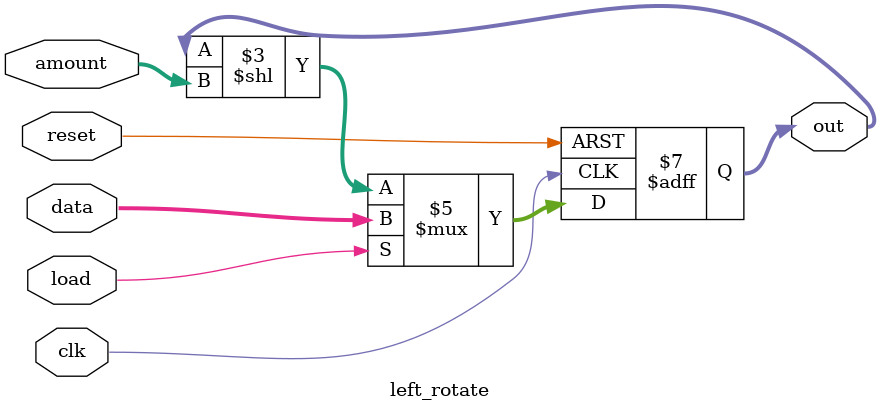
<source format=v>
module left_rotate(clk,reset,amount,data,load,out);
input clk,reset;
input [2:0] amount;
input [7:0] data;
input load;
output reg [7:0] out;
// when load is high, load data to out
// left shift and rotate the register out by amount bits
always @(posedge clk, posedge reset)
begin
	if(reset)
	begin
	out <= 8'b0;
	end
	else
	begin
	if(load)
	begin
	out <= data;
	end
	else
	begin
	out <= out >> amount;
	out <= out << amount;
	//out <= {out[6:0],out[7]};
	end
	end
end
endmodule

</source>
